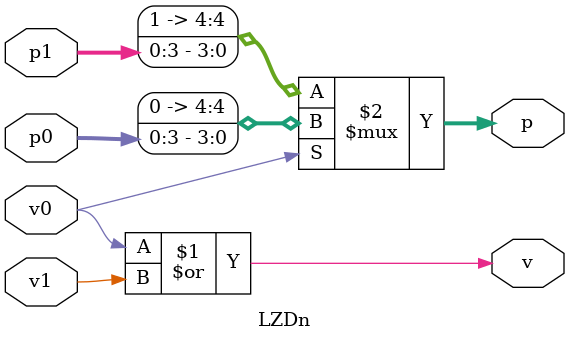
<source format=sv>

module FFO32p(clock, b, v, p);

    input clock;
    input [0:31] b;
    output v;
    output [0:4] p;

    // Intermediate signals for the outputs of the LZD instances
    wire [0:15] v2;
    wire [0:15] p2;
    // Intermediate pipeline registers for the LZD2 stage
    reg [0:15] v2_reg;
    reg [0:15] p2_reg;
    // Intermediate signals for the outputs of the LZD4 instances
    wire [0:7] v4;
    wire [0:15] p4;
    // Intermediate pipeline registers for the LZD4 stage
    reg [0:7] v4_reg;
    reg [0:15] p4_reg;
    // Intermediate signals for the outputs of the LZD8 instances
    wire [0:3] v8;
    wire [0:11] p8;
    // Intermediate pipeline registers for the LZD8 stage
    reg [0:3] v8_reg;
    reg [0:11] p8_reg;
    // Intermediate signals for the outputs of the LZD16 instances
    wire [0:1] v16;
    wire [0:7] p16;
    // Intermediate pipeline registers for the LZD16 stage
    reg [0:1] v16_reg;
    reg [0:7] p16_reg;

    // Final output signals for the LZD32 instance
    wire v32;
    wire [0:4] p32;
    // Intermediate pipeline registers for the LZD32 stage
    reg v32_reg;
    reg [0:4] p32_reg;

    // Instantiate the 16 LZD2 modules using a for loop
    genvar i;

    generate
        for (i = 0; i < 16; i++) begin : lzd2_gen
            LZD2 lzd2_inst(b[2*i +: 2], v2[i], p2[i]);
        end
    endgenerate
    // Instantiate the 8 LZD4 modules using a for loop
    generate
        for (i = 0; i < 8; i++) begin : lzd4_gen
            LZDn #(4) lzd4_inst(v2_reg[2*i], v2_reg[2*i+1], p2_reg[2*i], p2_reg[2*i+1], v4[i], p4[2*i +: 2]);
        end
    endgenerate
    // Instantiate the 4 LZD8 modules using a for loop
    generate
        for (i = 0; i < 4; i++) begin : lzd8_gen
            LZDn #(8) lzd8_inst(v4_reg[2*i], v4_reg[2*i+1], p4_reg[4*i +: 2], p4_reg[4*i+2 +: 2], v8[i], p8[3*i +: 3]);
        end
    endgenerate
    // Instantiate the 2 LZD16 modules using a for loop
    generate
        for (i = 0; i < 2; i++) begin : lzd16_gen
            LZDn #(16) lzd16_inst(v8_reg[2*i], v8_reg[2*i+1], p8_reg[6*i +: 3], p8_reg[6*i+3 +: 3], v16[i], p16[4*i +: 4]);
        end
    endgenerate

    // Instantiate the single LZD32 module to finalize the FFO32 output
    LZDn #(32) lzd32_inst(v16_reg[0], v16_reg[1], p16_reg[0 +: 4], p16_reg[4 +: 4], v32, p32);

    assign p = p32_reg;
    assign v = v32_reg;

    always @(posedge clock) begin

        // Capture the LZD2 stage results
        v2_reg <= v2;
        p2_reg <= p2;

        // Capture the LZD4 stage results
        v4_reg <= v4;
        p4_reg <= p4;

        // Capture the LZD8 stage results
        v8_reg <= v8;
        p8_reg <= p8;

        // Capture the LZD16 stage results
        v16_reg <= v16;
        p16_reg <= p16;

        // Capture the LZD32 stage results
        v32_reg <= v32;
        p32_reg <= p32;

    end

endmodule

module LZD2(input logic [0:1] b, output logic v, output logic p);

    assign v = b[0] | b[1];
    assign p = ~b[0];
    
endmodule

module LZDn(v0, v1, p0, p1, v, p);

    parameter n = 32;
    input v0, v1;
    input [0:$clog2(n)-2] p0, p1;
    output v;
    output [0:$clog2(n)-1] p;

    assign v = v0 | v1;
    assign p = v0 ? {1'b0, p0} : {1'b1, p1};

endmodule

</source>
